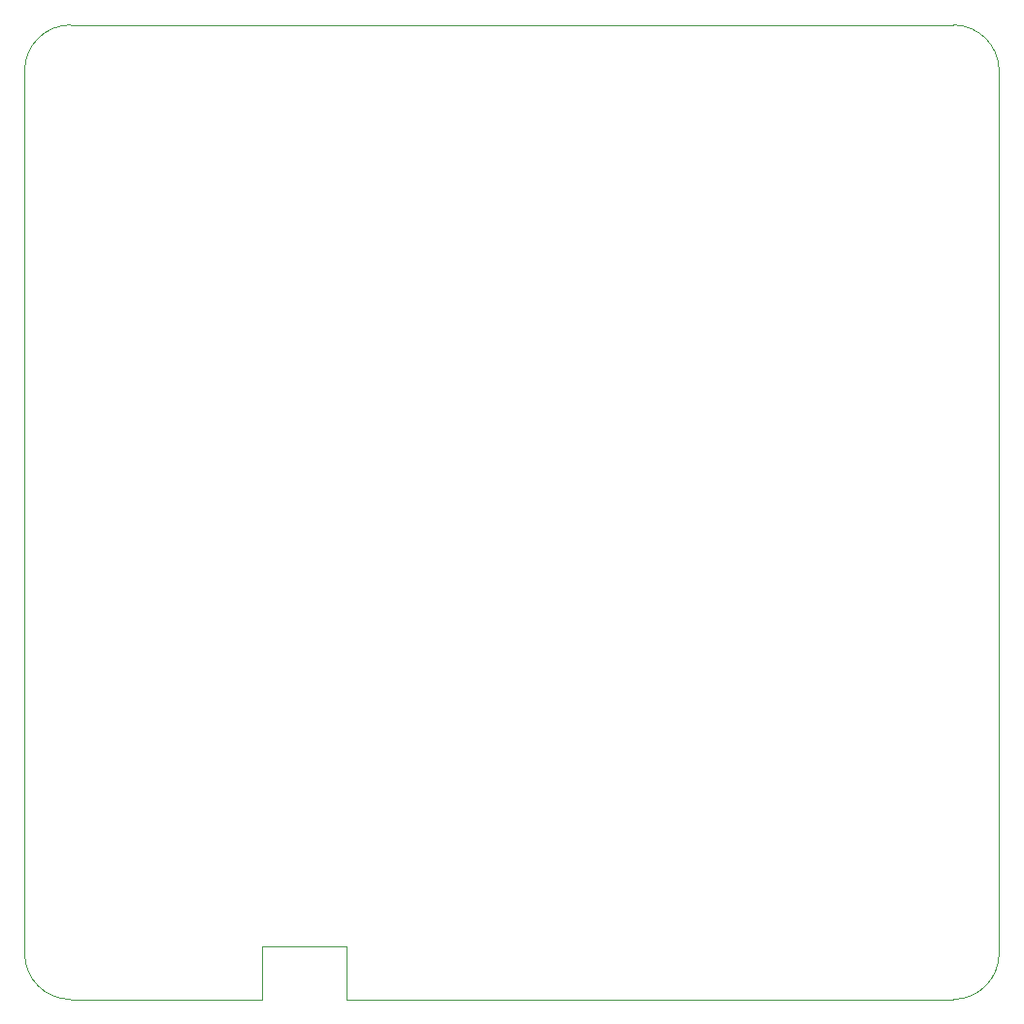
<source format=gm1>
G04 #@! TF.GenerationSoftware,KiCad,Pcbnew,(5.99.0-12548-gc9aebb8529)*
G04 #@! TF.CreationDate,2021-09-27T09:00:01-04:00*
G04 #@! TF.ProjectId,squishy,73717569-7368-4792-9e6b-696361645f70,rev?*
G04 #@! TF.SameCoordinates,PX9634260PY768aae0*
G04 #@! TF.FileFunction,Profile,NP*
%FSLAX46Y46*%
G04 Gerber Fmt 4.6, Leading zero omitted, Abs format (unit mm)*
G04 Created by KiCad (PCBNEW (5.99.0-12548-gc9aebb8529)) date 2021-09-27 09:00:01*
%MOMM*%
%LPD*%
G01*
G04 APERTURE LIST*
G04 #@! TA.AperFunction,Profile*
%ADD10C,0.050000*%
G04 #@! TD*
G04 APERTURE END LIST*
D10*
X81000000Y0D02*
X28100000Y0D01*
X0Y4000000D02*
X0Y81000000D01*
X85000000Y4000000D02*
G75*
G02*
X81000000Y0I-4000000J0D01*
G01*
X85000000Y81000000D02*
X85000000Y4000000D01*
X4000000Y0D02*
G75*
G02*
X0Y4000000I0J4000000D01*
G01*
X81000000Y85000000D02*
G75*
G02*
X85000000Y81000000I0J-4000000D01*
G01*
X0Y81000000D02*
G75*
G02*
X4000000Y85000000I4000000J0D01*
G01*
X20700000Y0D02*
X4000000Y0D01*
X4000000Y85000000D02*
X81000000Y85000000D01*
G04 #@! TO.C,J1*
X20700000Y4600000D02*
X28100000Y4600000D01*
X20700000Y0D02*
X20700000Y4600000D01*
X28100000Y4600000D02*
X28100000Y0D01*
G04 #@! TD*
M02*

</source>
